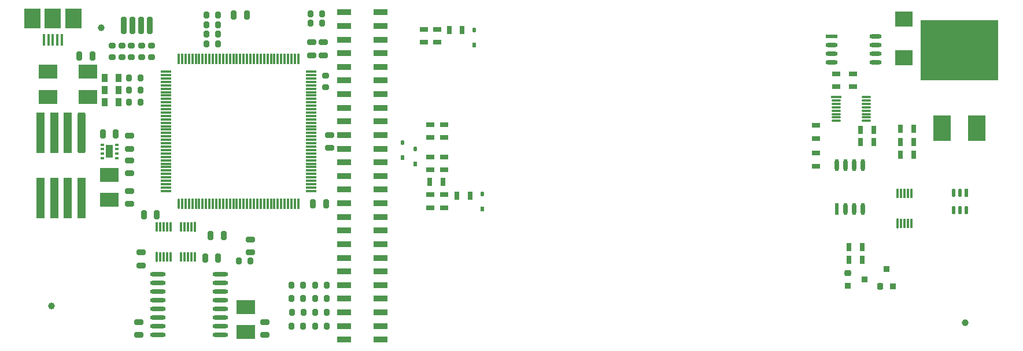
<source format=gtp>
G04*
G04 #@! TF.GenerationSoftware,Altium Limited,Altium Designer,20.0.2 (26)*
G04*
G04 Layer_Color=8421504*
%FSLAX44Y44*%
%MOMM*%
G71*
G01*
G75*
%ADD17R,1.1000X1.9000*%
%ADD18R,0.5000X0.4000*%
G04:AMPARAMS|DCode=19|XSize=0.4mm|YSize=0.5mm|CornerRadius=0.1mm|HoleSize=0mm|Usage=FLASHONLY|Rotation=90.000|XOffset=0mm|YOffset=0mm|HoleType=Round|Shape=RoundedRectangle|*
%AMROUNDEDRECTD19*
21,1,0.4000,0.3000,0,0,90.0*
21,1,0.2000,0.5000,0,0,90.0*
1,1,0.2000,0.1500,0.1000*
1,1,0.2000,0.1500,-0.1000*
1,1,0.2000,-0.1500,-0.1000*
1,1,0.2000,-0.1500,0.1000*
%
%ADD19ROUNDEDRECTD19*%
%ADD20O,1.5000X0.3000*%
%ADD21R,1.5000X0.3000*%
G04:AMPARAMS|DCode=22|XSize=0.8mm|YSize=1.3mm|CornerRadius=0.2mm|HoleSize=0mm|Usage=FLASHONLY|Rotation=0.000|XOffset=0mm|YOffset=0mm|HoleType=Round|Shape=RoundedRectangle|*
%AMROUNDEDRECTD22*
21,1,0.8000,0.9000,0,0,0.0*
21,1,0.4000,1.3000,0,0,0.0*
1,1,0.4000,0.2000,-0.4500*
1,1,0.4000,-0.2000,-0.4500*
1,1,0.4000,-0.2000,0.4500*
1,1,0.4000,0.2000,0.4500*
%
%ADD22ROUNDEDRECTD22*%
G04:AMPARAMS|DCode=23|XSize=0.8mm|YSize=1.3mm|CornerRadius=0.2mm|HoleSize=0mm|Usage=FLASHONLY|Rotation=90.000|XOffset=0mm|YOffset=0mm|HoleType=Round|Shape=RoundedRectangle|*
%AMROUNDEDRECTD23*
21,1,0.8000,0.9000,0,0,90.0*
21,1,0.4000,1.3000,0,0,90.0*
1,1,0.4000,0.4500,0.2000*
1,1,0.4000,0.4500,-0.2000*
1,1,0.4000,-0.4500,-0.2000*
1,1,0.4000,-0.4500,0.2000*
%
%ADD23ROUNDEDRECTD23*%
G04:AMPARAMS|DCode=24|XSize=0.8mm|YSize=1mm|CornerRadius=0.2mm|HoleSize=0mm|Usage=FLASHONLY|Rotation=90.000|XOffset=0mm|YOffset=0mm|HoleType=Round|Shape=RoundedRectangle|*
%AMROUNDEDRECTD24*
21,1,0.8000,0.6000,0,0,90.0*
21,1,0.4000,1.0000,0,0,90.0*
1,1,0.4000,0.3000,0.2000*
1,1,0.4000,0.3000,-0.2000*
1,1,0.4000,-0.3000,-0.2000*
1,1,0.4000,-0.3000,0.2000*
%
%ADD24ROUNDEDRECTD24*%
G04:AMPARAMS|DCode=25|XSize=0.8mm|YSize=1mm|CornerRadius=0.2mm|HoleSize=0mm|Usage=FLASHONLY|Rotation=0.000|XOffset=0mm|YOffset=0mm|HoleType=Round|Shape=RoundedRectangle|*
%AMROUNDEDRECTD25*
21,1,0.8000,0.6000,0,0,0.0*
21,1,0.4000,1.0000,0,0,0.0*
1,1,0.4000,0.2000,-0.3000*
1,1,0.4000,-0.2000,-0.3000*
1,1,0.4000,-0.2000,0.3000*
1,1,0.4000,0.2000,0.3000*
%
%ADD25ROUNDEDRECTD25*%
%ADD26R,0.8890X1.2700*%
G04:AMPARAMS|DCode=27|XSize=2.54mm|YSize=0.9144mm|CornerRadius=0mm|HoleSize=0mm|Usage=FLASHONLY|Rotation=90.000|XOffset=0mm|YOffset=0mm|HoleType=Round|Shape=Octagon|*
%AMOCTAGOND27*
4,1,8,0.2286,1.2700,-0.2286,1.2700,-0.4572,1.0414,-0.4572,-1.0414,-0.2286,-1.2700,0.2286,-1.2700,0.4572,-1.0414,0.4572,1.0414,0.2286,1.2700,0.0*
%
%ADD27OCTAGOND27*%

%ADD28R,2.4000X3.0000*%
%ADD29R,0.4000X1.7500*%
%ADD30R,2.8000X2.0000*%
%ADD31R,1.2000X6.0000*%
G04:AMPARAMS|DCode=32|XSize=6mm|YSize=1.2mm|CornerRadius=0.3mm|HoleSize=0mm|Usage=FLASHONLY|Rotation=270.000|XOffset=0mm|YOffset=0mm|HoleType=Round|Shape=RoundedRectangle|*
%AMROUNDEDRECTD32*
21,1,6.0000,0.6000,0,0,270.0*
21,1,5.4000,1.2000,0,0,270.0*
1,1,0.6000,-0.3000,-2.7000*
1,1,0.6000,-0.3000,2.7000*
1,1,0.6000,0.3000,2.7000*
1,1,0.6000,0.3000,-2.7000*
%
%ADD32ROUNDEDRECTD32*%
%ADD33R,0.3000X1.4500*%
G04:AMPARAMS|DCode=34|XSize=0.3mm|YSize=1.45mm|CornerRadius=0.075mm|HoleSize=0mm|Usage=FLASHONLY|Rotation=0.000|XOffset=0mm|YOffset=0mm|HoleType=Round|Shape=RoundedRectangle|*
%AMROUNDEDRECTD34*
21,1,0.3000,1.3000,0,0,0.0*
21,1,0.1500,1.4500,0,0,0.0*
1,1,0.1500,0.0750,-0.6500*
1,1,0.1500,-0.0750,-0.6500*
1,1,0.1500,-0.0750,0.6500*
1,1,0.1500,0.0750,0.6500*
%
%ADD34ROUNDEDRECTD34*%
%ADD35R,1.3000X0.8000*%
%ADD36R,0.8000X1.3000*%
%ADD37R,0.5000X0.7000*%
G04:AMPARAMS|DCode=38|XSize=0.7mm|YSize=0.5mm|CornerRadius=0.125mm|HoleSize=0mm|Usage=FLASHONLY|Rotation=270.000|XOffset=0mm|YOffset=0mm|HoleType=Round|Shape=RoundedRectangle|*
%AMROUNDEDRECTD38*
21,1,0.7000,0.2500,0,0,270.0*
21,1,0.4500,0.5000,0,0,270.0*
1,1,0.2500,-0.1250,-0.2250*
1,1,0.2500,-0.1250,0.2250*
1,1,0.2500,0.1250,0.2250*
1,1,0.2500,0.1250,-0.2250*
%
%ADD38ROUNDEDRECTD38*%
%ADD39O,0.5080X1.2700*%
%ADD40R,0.5080X1.2700*%
%ADD41R,2.5000X2.3000*%
%ADD42R,1.7780X0.6000*%
%ADD43O,1.7780X0.6350*%
%ADD44R,11.4300X8.8900*%
%ADD45R,2.5400X3.8100*%
%ADD46O,0.6350X1.7780*%
%ADD47R,0.6000X1.7780*%
%ADD48R,0.9000X0.9500*%
%ADD49R,0.9000X0.9500*%
G04:AMPARAMS|DCode=50|XSize=0.9mm|YSize=0.95mm|CornerRadius=0.225mm|HoleSize=0mm|Usage=FLASHONLY|Rotation=0.000|XOffset=0mm|YOffset=0mm|HoleType=Round|Shape=RoundedRectangle|*
%AMROUNDEDRECTD50*
21,1,0.9000,0.5000,0,0,0.0*
21,1,0.4500,0.9500,0,0,0.0*
1,1,0.4500,0.2250,-0.2500*
1,1,0.4500,-0.2250,-0.2500*
1,1,0.4500,-0.2250,0.2500*
1,1,0.4500,0.2250,0.2500*
%
%ADD50ROUNDEDRECTD50*%
%ADD51R,0.9500X0.9000*%
%ADD52R,0.9500X0.9000*%
G04:AMPARAMS|DCode=53|XSize=0.9mm|YSize=0.95mm|CornerRadius=0.225mm|HoleSize=0mm|Usage=FLASHONLY|Rotation=270.000|XOffset=0mm|YOffset=0mm|HoleType=Round|Shape=RoundedRectangle|*
%AMROUNDEDRECTD53*
21,1,0.9000,0.5000,0,0,270.0*
21,1,0.4500,0.9500,0,0,270.0*
1,1,0.4500,-0.2500,-0.2250*
1,1,0.4500,-0.2500,0.2250*
1,1,0.4500,0.2500,0.2250*
1,1,0.4500,0.2500,-0.2250*
%
%ADD53ROUNDEDRECTD53*%
%ADD54O,2.3000X0.6000*%
%ADD55R,1.6000X0.3500*%
%ADD56R,0.3500X1.6000*%
%ADD57O,0.3500X1.6000*%
%ADD58R,2.1000X0.8900*%
%ADD59C,1.0000*%
D17*
X1989520Y495640D02*
D03*
D18*
X2000020Y485890D02*
D03*
Y492390D02*
D03*
Y498890D02*
D03*
Y505390D02*
D03*
X1979020Y485890D02*
D03*
Y492390D02*
D03*
Y498890D02*
D03*
D19*
Y505390D02*
D03*
D20*
X3097071Y540430D02*
D03*
Y545430D02*
D03*
Y550430D02*
D03*
Y555430D02*
D03*
Y560430D02*
D03*
Y565430D02*
D03*
Y570430D02*
D03*
Y575430D02*
D03*
X3053320Y540430D02*
D03*
Y545430D02*
D03*
Y550430D02*
D03*
Y555430D02*
D03*
Y560430D02*
D03*
Y565430D02*
D03*
Y570430D02*
D03*
D21*
Y575430D02*
D03*
D22*
X2287520Y418640D02*
D03*
X2306520D02*
D03*
X2171520Y695640D02*
D03*
X2190520D02*
D03*
X1964520Y635640D02*
D03*
X1945520D02*
D03*
X1979520Y521640D02*
D03*
X1998520D02*
D03*
X2058520Y402640D02*
D03*
X2039520D02*
D03*
X2129520Y339640D02*
D03*
X2148520D02*
D03*
X2137520Y372640D02*
D03*
X2156520D02*
D03*
D23*
X2311520Y500640D02*
D03*
Y519640D02*
D03*
X2302520Y636640D02*
D03*
Y655640D02*
D03*
X2285520D02*
D03*
Y636640D02*
D03*
X2018520Y499640D02*
D03*
Y518640D02*
D03*
Y418640D02*
D03*
Y437640D02*
D03*
X2035520Y347640D02*
D03*
Y328640D02*
D03*
X2032520Y245640D02*
D03*
Y226640D02*
D03*
X2216520Y245640D02*
D03*
Y226640D02*
D03*
X2195520Y347640D02*
D03*
Y366640D02*
D03*
X2018520Y463640D02*
D03*
Y482640D02*
D03*
D24*
X2305520Y589640D02*
D03*
Y606640D02*
D03*
X2036520Y633640D02*
D03*
Y650640D02*
D03*
X2021520Y650640D02*
D03*
Y633640D02*
D03*
X2007520Y633640D02*
D03*
Y650640D02*
D03*
X1993520Y650640D02*
D03*
Y633640D02*
D03*
X2050520Y633640D02*
D03*
Y650640D02*
D03*
D25*
X2300520Y683640D02*
D03*
X2283520D02*
D03*
Y697640D02*
D03*
X2300520D02*
D03*
X2148520Y653640D02*
D03*
X2131520D02*
D03*
Y667640D02*
D03*
X2148520D02*
D03*
Y681640D02*
D03*
X2131520D02*
D03*
Y695640D02*
D03*
X2148520D02*
D03*
X2034520Y603640D02*
D03*
X2017520D02*
D03*
Y567640D02*
D03*
X2034520D02*
D03*
X2017520Y585640D02*
D03*
X2034520D02*
D03*
X2178520Y334640D02*
D03*
X2195520D02*
D03*
X2307482Y239640D02*
D03*
X2290482D02*
D03*
X2255520D02*
D03*
X2272520D02*
D03*
X2307482Y259640D02*
D03*
X2290482D02*
D03*
X2256520D02*
D03*
X2273520D02*
D03*
X2307482Y279640D02*
D03*
X2290482D02*
D03*
X2255520D02*
D03*
X2272520D02*
D03*
X2307482Y299640D02*
D03*
X2290482D02*
D03*
X2255520D02*
D03*
X2272520D02*
D03*
D26*
X2002520Y567640D02*
D03*
X1982200D02*
D03*
X2002840Y585640D02*
D03*
X1982520D02*
D03*
X2002840Y603640D02*
D03*
X1982520D02*
D03*
D27*
X2010080Y680700D02*
D03*
X2022780D02*
D03*
X2035480D02*
D03*
X2048180D02*
D03*
D28*
X1936270Y690890D02*
D03*
X1876770D02*
D03*
X1906520D02*
D03*
D29*
X1900020Y659640D02*
D03*
X1906520D02*
D03*
X1913020D02*
D03*
X1919520D02*
D03*
X1893520D02*
D03*
D30*
X1957520Y575640D02*
D03*
Y612470D02*
D03*
X1899520D02*
D03*
Y575640D02*
D03*
X1989520Y424640D02*
D03*
Y461470D02*
D03*
X2188520Y230640D02*
D03*
Y267470D02*
D03*
D31*
X1888520Y522640D02*
D03*
X1908520D02*
D03*
X1888520Y427640D02*
D03*
X1928520Y522640D02*
D03*
X1908520Y427640D02*
D03*
X1948520D02*
D03*
X1928520D02*
D03*
D32*
X1948520Y522640D02*
D03*
D33*
X2094520Y340640D02*
D03*
X2099520D02*
D03*
X2104520D02*
D03*
X2109520D02*
D03*
X2114520D02*
D03*
X2094520Y384640D02*
D03*
X2099520D02*
D03*
X2104520D02*
D03*
X2109520D02*
D03*
X2078520D02*
D03*
X2073520D02*
D03*
X2068520D02*
D03*
X2063520D02*
D03*
X2058520D02*
D03*
X2078520Y340640D02*
D03*
X2073520D02*
D03*
X2068520D02*
D03*
X2063520D02*
D03*
X3163520Y433640D02*
D03*
X3158520D02*
D03*
X3153520D02*
D03*
X3148520D02*
D03*
X3143520D02*
D03*
X3163520Y389640D02*
D03*
X3158520D02*
D03*
X3153520D02*
D03*
X3148520D02*
D03*
D34*
X2114520Y384640D02*
D03*
X2058520Y340640D02*
D03*
X3143520Y389640D02*
D03*
D35*
X2458960Y413110D02*
D03*
Y432110D02*
D03*
X2479640D02*
D03*
Y413110D02*
D03*
X2458960Y487750D02*
D03*
Y468750D02*
D03*
X2479640Y487750D02*
D03*
Y468750D02*
D03*
X2479280Y535030D02*
D03*
Y516030D02*
D03*
X2469120Y674680D02*
D03*
Y655680D02*
D03*
X2450070Y655730D02*
D03*
Y674730D02*
D03*
X3077770Y590390D02*
D03*
Y609390D02*
D03*
X3053270Y609340D02*
D03*
Y590340D02*
D03*
X3023840Y474120D02*
D03*
Y493120D02*
D03*
Y514710D02*
D03*
Y533710D02*
D03*
X2458960Y516030D02*
D03*
Y535030D02*
D03*
D36*
X2458520Y450640D02*
D03*
X2477520D02*
D03*
X3089270Y526890D02*
D03*
X3108270D02*
D03*
X3108220Y509140D02*
D03*
X3089220D02*
D03*
X3166520Y528640D02*
D03*
X3147520D02*
D03*
Y509640D02*
D03*
X3166520D02*
D03*
X3166520Y490640D02*
D03*
X3147520D02*
D03*
X2505900Y673460D02*
D03*
X2486900D02*
D03*
X2517330Y430890D02*
D03*
X2498330D02*
D03*
X3091270Y355390D02*
D03*
X3072270D02*
D03*
X3091270Y336910D02*
D03*
X3072270D02*
D03*
D37*
X2437370Y477470D02*
D03*
X2418520Y486640D02*
D03*
X2523270Y651960D02*
D03*
X2535160Y411430D02*
D03*
D38*
X2437370Y499470D02*
D03*
X2418520Y508640D02*
D03*
X2523270Y673960D02*
D03*
X2535160Y433430D02*
D03*
D39*
X3234520Y434640D02*
D03*
X3224995D02*
D03*
Y409240D02*
D03*
X3244045D02*
D03*
X3234520D02*
D03*
D40*
X3244045Y434640D02*
D03*
D41*
X3152520Y689640D02*
D03*
Y632640D02*
D03*
D42*
X3047020Y664340D02*
D03*
D43*
X3111020Y626240D02*
D03*
Y638940D02*
D03*
Y651640D02*
D03*
Y664340D02*
D03*
X3047020Y626240D02*
D03*
Y638940D02*
D03*
Y651640D02*
D03*
D44*
X3233960Y644250D02*
D03*
D45*
X3259360Y529950D02*
D03*
X3208560D02*
D03*
D46*
X3066850Y411340D02*
D03*
X3079550D02*
D03*
X3092250D02*
D03*
X3054150Y475340D02*
D03*
X3066850D02*
D03*
X3079550D02*
D03*
X3092250D02*
D03*
D47*
X3054150Y411340D02*
D03*
D48*
X3126980Y322940D02*
D03*
D49*
X3136480Y297940D02*
D03*
D50*
X3117480Y297940D02*
D03*
D51*
X3095230Y307700D02*
D03*
D52*
X3070230Y298200D02*
D03*
D53*
X3070230Y317200D02*
D03*
D54*
X2151520Y226540D02*
D03*
Y239240D02*
D03*
Y251940D02*
D03*
Y264640D02*
D03*
Y277340D02*
D03*
Y290040D02*
D03*
Y302740D02*
D03*
Y315440D02*
D03*
X2060020Y226540D02*
D03*
Y239240D02*
D03*
Y251940D02*
D03*
Y264640D02*
D03*
Y277340D02*
D03*
Y290040D02*
D03*
Y302740D02*
D03*
Y315440D02*
D03*
D55*
X2072020Y437640D02*
D03*
Y442640D02*
D03*
Y447640D02*
D03*
Y452640D02*
D03*
Y457640D02*
D03*
Y462640D02*
D03*
Y467640D02*
D03*
Y472640D02*
D03*
Y477640D02*
D03*
Y482640D02*
D03*
Y487640D02*
D03*
Y492640D02*
D03*
Y497640D02*
D03*
Y502640D02*
D03*
Y507640D02*
D03*
Y512640D02*
D03*
Y517640D02*
D03*
Y522640D02*
D03*
Y527640D02*
D03*
Y532640D02*
D03*
Y537640D02*
D03*
Y542640D02*
D03*
Y547640D02*
D03*
Y552640D02*
D03*
Y557640D02*
D03*
Y562640D02*
D03*
Y567640D02*
D03*
Y572640D02*
D03*
Y577640D02*
D03*
Y582640D02*
D03*
Y587640D02*
D03*
Y592640D02*
D03*
Y597640D02*
D03*
Y602640D02*
D03*
Y607640D02*
D03*
Y612640D02*
D03*
X2284520D02*
D03*
Y607640D02*
D03*
Y602640D02*
D03*
Y597640D02*
D03*
Y592640D02*
D03*
Y587640D02*
D03*
Y582640D02*
D03*
Y577640D02*
D03*
Y572640D02*
D03*
Y567640D02*
D03*
Y562640D02*
D03*
Y557640D02*
D03*
Y552640D02*
D03*
Y547640D02*
D03*
Y542640D02*
D03*
Y537640D02*
D03*
Y532640D02*
D03*
Y527640D02*
D03*
Y522640D02*
D03*
Y517640D02*
D03*
Y512640D02*
D03*
Y507640D02*
D03*
Y502640D02*
D03*
Y497640D02*
D03*
Y492640D02*
D03*
Y487640D02*
D03*
Y482640D02*
D03*
Y477640D02*
D03*
Y472640D02*
D03*
Y467640D02*
D03*
Y462640D02*
D03*
Y457640D02*
D03*
Y452640D02*
D03*
Y447640D02*
D03*
Y442640D02*
D03*
Y437640D02*
D03*
D56*
X2090770Y631390D02*
D03*
X2095770D02*
D03*
X2100770D02*
D03*
X2105770D02*
D03*
X2120770D02*
D03*
X2125770D02*
D03*
X2130770D02*
D03*
X2135770D02*
D03*
X2140770D02*
D03*
X2145770D02*
D03*
X2150770D02*
D03*
X2155770D02*
D03*
X2160770D02*
D03*
X2165770D02*
D03*
X2170770D02*
D03*
X2175770D02*
D03*
X2180770D02*
D03*
X2185770D02*
D03*
X2190770D02*
D03*
X2195770D02*
D03*
X2200770D02*
D03*
X2205770D02*
D03*
X2210770D02*
D03*
X2215770D02*
D03*
X2220770D02*
D03*
X2225770D02*
D03*
X2230770D02*
D03*
X2235770D02*
D03*
X2240770D02*
D03*
X2245770D02*
D03*
X2250770D02*
D03*
X2255770D02*
D03*
X2260770D02*
D03*
X2265770D02*
D03*
Y418890D02*
D03*
X2260770D02*
D03*
X2255770D02*
D03*
X2250770D02*
D03*
X2245770D02*
D03*
X2240770D02*
D03*
X2235770D02*
D03*
X2230770D02*
D03*
X2225770D02*
D03*
X2220770D02*
D03*
X2215770D02*
D03*
X2210770D02*
D03*
X2205770D02*
D03*
X2200770D02*
D03*
X2195770D02*
D03*
X2190770D02*
D03*
X2185770D02*
D03*
X2180770D02*
D03*
X2175770D02*
D03*
X2170770D02*
D03*
X2165770D02*
D03*
X2160770D02*
D03*
X2155770D02*
D03*
X2150770D02*
D03*
X2145770D02*
D03*
X2140770D02*
D03*
X2135770D02*
D03*
X2130770D02*
D03*
X2125770D02*
D03*
X2120770D02*
D03*
X2115770D02*
D03*
X2110770D02*
D03*
X2105770D02*
D03*
X2100770D02*
D03*
X2095770D02*
D03*
X2115770Y631390D02*
D03*
X2110770D02*
D03*
D57*
X2090770Y418890D02*
D03*
D58*
X2386020Y239640D02*
D03*
Y219640D02*
D03*
Y259640D02*
D03*
Y279640D02*
D03*
Y359640D02*
D03*
Y339640D02*
D03*
Y299640D02*
D03*
Y319640D02*
D03*
Y399640D02*
D03*
Y379640D02*
D03*
X2333020D02*
D03*
Y399640D02*
D03*
Y339640D02*
D03*
Y299640D02*
D03*
Y319640D02*
D03*
Y359640D02*
D03*
Y279640D02*
D03*
Y239640D02*
D03*
Y219640D02*
D03*
Y259640D02*
D03*
X2386020Y539640D02*
D03*
Y519640D02*
D03*
Y559640D02*
D03*
Y579640D02*
D03*
Y659640D02*
D03*
Y639640D02*
D03*
Y599640D02*
D03*
Y619640D02*
D03*
Y699640D02*
D03*
Y679640D02*
D03*
X2333020D02*
D03*
Y699640D02*
D03*
Y639640D02*
D03*
Y599640D02*
D03*
Y619640D02*
D03*
Y659640D02*
D03*
Y579640D02*
D03*
Y539640D02*
D03*
Y519640D02*
D03*
Y559640D02*
D03*
X2386014Y459640D02*
D03*
Y439640D02*
D03*
Y419640D02*
D03*
Y499640D02*
D03*
Y479640D02*
D03*
X2333014D02*
D03*
Y499640D02*
D03*
Y439640D02*
D03*
Y419640D02*
D03*
Y459640D02*
D03*
D59*
X1977520Y676640D02*
D03*
X1904520Y268640D02*
D03*
X3242520Y244640D02*
D03*
M02*

</source>
